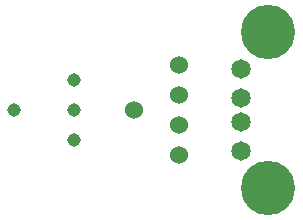
<source format=gbr>
G04 #@! TF.FileFunction,Copper,L4,Bot,Signal*
%FSLAX46Y46*%
G04 Gerber Fmt 4.6, Leading zero omitted, Abs format (unit mm)*
G04 Created by KiCad (PCBNEW 4.0.7) date Sun Apr 29 12:05:11 2018*
%MOMM*%
%LPD*%
G01*
G04 APERTURE LIST*
%ADD10C,0.100000*%
%ADD11C,1.143000*%
%ADD12C,4.600000*%
%ADD13C,1.651000*%
%ADD14C,1.524000*%
G04 APERTURE END LIST*
D10*
D11*
X134620000Y-104140000D03*
X134620000Y-99060000D03*
X134620000Y-101600000D03*
X129540000Y-101600000D03*
D12*
X151080000Y-108170000D03*
X151080000Y-95030000D03*
D13*
X148750000Y-105100000D03*
X148750000Y-102600000D03*
X148750000Y-100600000D03*
X148750000Y-98100000D03*
D14*
X143510000Y-105410000D03*
X143510000Y-102870000D03*
X143510000Y-100330000D03*
X143510000Y-97790000D03*
X139700000Y-101600000D03*
M02*

</source>
